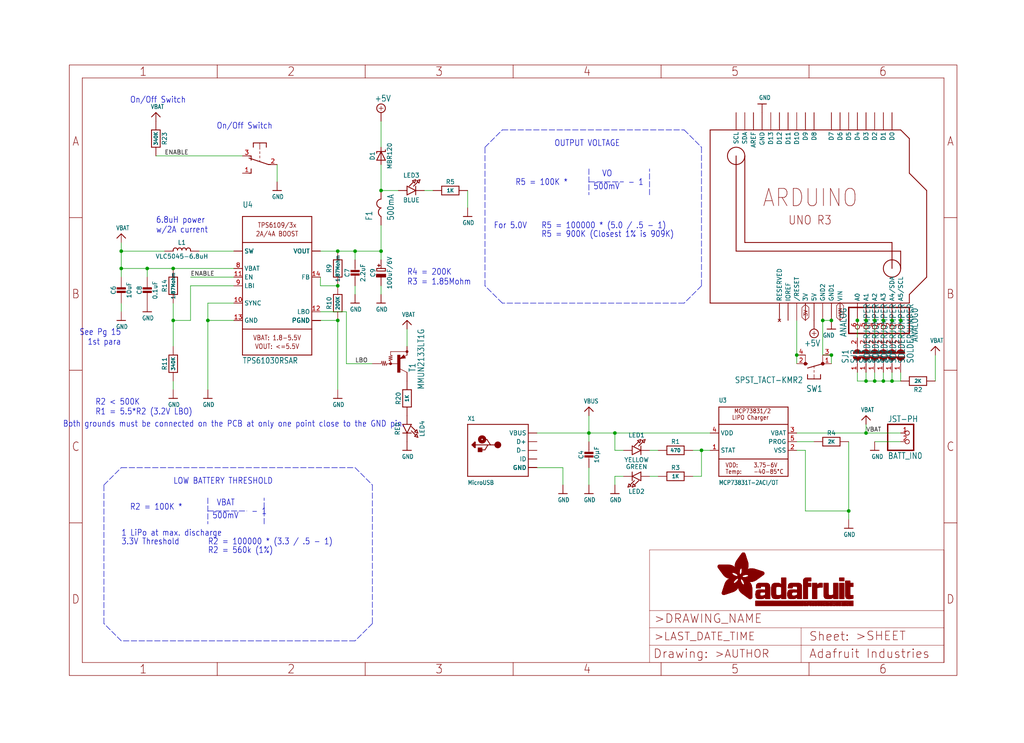
<source format=kicad_sch>
(kicad_sch (version 20211123) (generator eeschema)
  (paper "User" 300.33 217.881)
  (lib_symbols
    (symbol "eagleSchem-eagle-import:+5V" (power)
      (property "Value" "+5V" (at -1.905 3.175 0))
      (symbol "+5V_1_0"
        (pin power_in line (at 0 -2.54 90) (length 2.54) (name "+5V") (number "1"))
      )
    )
    (symbol "eagleSchem-eagle-import:-PNP_DRIVER-SC59-BEC"
      (property "Reference" "T" (at -10.16 7.62 0))
      (property "Value" "-PNP_DRIVER-SC59-BEC" (at -10.16 5.08 0))
      (symbol "-PNP_DRIVER-SC59-BEC_1_0"
        (pin passive line (at -7.62 0 0) (length 2.54) (name "B") (number "B"))
        (pin passive line (at 2.54 -5.08 90) (length 2.54) (name "C") (number "C"))
        (pin passive line (at 2.54 5.08 270) (length 2.54) (name "E") (number "E"))
      )
    )
    (symbol "eagleSchem-eagle-import:ARDUINOR3-NOSILK"
      (symbol "ARDUINOR3-NOSILK_1_0"
        (text "ARDUINO" (at -17.78 2.54 0) (effects (font (size 5.08 4.318)) (justify left bottom)))
        (text "UNO R3" (at -10.16 -2.54 0) (effects (font (size 2.54 2.159)) (justify left bottom)))
        (pin power_in line (at -5.08 -30.48 90) (length 5.08) (name "3V") (number "3V"))
        (pin power_in line (at -2.54 -30.48 90) (length 5.08) (name "5V") (number "5V"))
        (pin bidirectional line (at 10.16 -30.48 90) (length 5.08) (name "A0") (number "A0"))
        (pin bidirectional line (at 12.7 -30.48 90) (length 5.08) (name "A1") (number "A1"))
        (pin bidirectional line (at 15.24 -30.48 90) (length 5.08) (name "A2") (number "A2"))
        (pin bidirectional line (at 17.78 -30.48 90) (length 5.08) (name "A3") (number "A3"))
        (pin bidirectional line (at 20.32 -30.48 90) (length 5.08) (name "A4/SDA") (number "A4"))
        (pin bidirectional line (at 22.86 -30.48 90) (length 5.08) (name "A5/SCL") (number "A5"))
        (pin bidirectional line (at -20.32 30.48 270) (length 5.08) (name "AREF") (number "AREF"))
        (pin bidirectional line (at 20.32 30.48 270) (length 5.08) (name "D0") (number "D0"))
        (pin bidirectional line (at 17.78 30.48 270) (length 5.08) (name "D1") (number "D1"))
        (pin bidirectional line (at -7.62 30.48 270) (length 5.08) (name "D10") (number "D10"))
        (pin bidirectional line (at -10.16 30.48 270) (length 5.08) (name "D11") (number "D11"))
        (pin bidirectional line (at -12.7 30.48 270) (length 5.08) (name "D12") (number "D12"))
        (pin bidirectional line (at -15.24 30.48 270) (length 5.08) (name "D13") (number "D13"))
        (pin bidirectional line (at 15.24 30.48 270) (length 5.08) (name "D2") (number "D2"))
        (pin bidirectional line (at 12.7 30.48 270) (length 5.08) (name "D3") (number "D3"))
        (pin bidirectional line (at 10.16 30.48 270) (length 5.08) (name "D4") (number "D4"))
        (pin bidirectional line (at 7.62 30.48 270) (length 5.08) (name "D5") (number "D5"))
        (pin bidirectional line (at 5.08 30.48 270) (length 5.08) (name "D6") (number "D6"))
        (pin bidirectional line (at 2.54 30.48 270) (length 5.08) (name "D7") (number "D7"))
        (pin bidirectional line (at -2.54 30.48 270) (length 5.08) (name "D8") (number "D8"))
        (pin bidirectional line (at -5.08 30.48 270) (length 5.08) (name "D9") (number "D9"))
        (pin power_in line (at -17.78 30.48 270) (length 5.08) (name "GND") (number "GND"))
        (pin power_in line (at 2.54 -30.48 90) (length 5.08) (name "GND1") (number "GND1"))
        (pin power_in line (at 0 -30.48 90) (length 5.08) (name "GND2") (number "GND2"))
        (pin output line (at -10.16 -30.48 90) (length 5.08) (name "IOREF") (number "IOREF"))
        (pin no_connect line (at -12.7 -30.48 90) (length 5.08) (name "RESERVED") (number "RESERVED"))
        (pin bidirectional line (at -7.62 -30.48 90) (length 5.08) (name "/RESET") (number "RESET"))
        (pin bidirectional line (at -25.4 30.48 270) (length 5.08) (name "SCL") (number "SCL"))
        (pin bidirectional line (at -22.86 30.48 270) (length 5.08) (name "SDA") (number "SDA"))
        (pin power_in line (at 5.08 -30.48 90) (length 5.08) (name "VIN") (number "VIN"))
      )
    )
    (symbol "eagleSchem-eagle-import:CAP_CERAMIC0805-NOOUTLINE"
      (property "Reference" "C" (at -2.29 1.25 90))
      (property "Value" "CAP_CERAMIC0805-NOOUTLINE" (at 2.3 1.25 90))
      (symbol "CAP_CERAMIC0805-NOOUTLINE_1_0"
        (pin passive line (at 0 5.08 270) (length 2.54) (name "1") (number "1"))
        (pin passive line (at 0 -2.54 90) (length 2.54) (name "2") (number "2"))
      )
    )
    (symbol "eagleSchem-eagle-import:CAP_TANTALUMB{slash}3528_REFLOW"
      (property "Reference" "C" (at -2.39 1.25 90))
      (property "Value" "CAP_TANTALUMB{slash}3528_REFLOW" (at 2.5 1.25 90))
      (symbol "CAP_TANTALUMB{slash}3528_REFLOW_1_0"
        (pin passive line (at 0 5.08 270) (length 2.54) (name "+") (number "+"))
        (pin passive line (at 0 -2.54 90) (length 2.54) (name "-") (number "-"))
      )
    )
    (symbol "eagleSchem-eagle-import:DIODE-SCHOTTKYSOD-123"
      (property "Reference" "D" (at 0 2.54 0))
      (property "Value" "DIODE-SCHOTTKYSOD-123" (at 0 -2.5 0))
      (symbol "DIODE-SCHOTTKYSOD-123_1_0"
        (pin passive line (at -2.54 0 0) (length 2.54) (name "A") (number "A"))
        (pin passive line (at 2.54 0 180) (length 2.54) (name "C") (number "C"))
      )
    )
    (symbol "eagleSchem-eagle-import:FIDUCIAL")
    (symbol "eagleSchem-eagle-import:FRAME_A4_ADAFRUIT"
      (symbol "FRAME_A4_ADAFRUIT_0_0"
        (text "1" (at 21.6958 1.905 0) (effects (font (size 2.54 2.286))))
        (text "1" (at 21.6958 177.165 0) (effects (font (size 2.54 2.286))))
        (text "2" (at 65.0875 1.905 0) (effects (font (size 2.54 2.286))))
        (text "2" (at 65.0875 177.165 0) (effects (font (size 2.54 2.286))))
        (text "3" (at 108.4792 1.905 0) (effects (font (size 2.54 2.286))))
        (text "3" (at 108.4792 177.165 0) (effects (font (size 2.54 2.286))))
        (text "4" (at 151.8708 1.905 0) (effects (font (size 2.54 2.286))))
        (text "4" (at 151.8708 177.165 0) (effects (font (size 2.54 2.286))))
        (text "5" (at 195.2625 1.905 0) (effects (font (size 2.54 2.286))))
        (text "5" (at 195.2625 177.165 0) (effects (font (size 2.54 2.286))))
        (text "6" (at 238.6542 1.905 0) (effects (font (size 2.54 2.286))))
        (text "6" (at 238.6542 177.165 0) (effects (font (size 2.54 2.286))))
        (text "A" (at 1.905 156.6863 0) (effects (font (size 2.54 2.286))))
        (text "A" (at 258.445 156.6863 0) (effects (font (size 2.54 2.286))))
        (text "B" (at 1.905 111.9188 0) (effects (font (size 2.54 2.286))))
        (text "B" (at 258.445 111.9188 0) (effects (font (size 2.54 2.286))))
        (text "C" (at 1.905 67.1513 0) (effects (font (size 2.54 2.286))))
        (text "C" (at 258.445 67.1513 0) (effects (font (size 2.54 2.286))))
        (text "D" (at 1.905 22.3838 0) (effects (font (size 2.54 2.286))))
        (text "D" (at 258.445 22.3838 0) (effects (font (size 2.54 2.286))))
      )
      (symbol "FRAME_A4_ADAFRUIT_1_0"
        (text ">AUTHOR" (at 189.23 5.08 0) (effects (font (size 2.286 2.286)) (justify left bottom)))
        (text ">DRAWING_NAME" (at 171.45 15.24 0) (effects (font (size 2.54 2.54)) (justify left bottom)))
        (text ">LAST_DATE_TIME" (at 171.45 10.16 0) (effects (font (size 2.286 2.286)) (justify left bottom)))
        (text ">SHEET" (at 230.505 10.16 0) (effects (font (size 2.54 2.54)) (justify left bottom)))
        (text "Adafruit Industries" (at 216.916 4.953 0) (effects (font (size 2.54 2.54)) (justify left bottom)))
        (text "Drawing:" (at 171.196 4.953 0) (effects (font (size 2.54 2.54)) (justify left bottom)))
        (text "Sheet:" (at 216.916 10.033 0) (effects (font (size 2.54 2.54)) (justify left bottom)))
      )
    )
    (symbol "eagleSchem-eagle-import:GND" (power)
      (property "Value" "GND" (at -1.524 -2.54 0))
      (symbol "GND_1_0"
        (pin power_in line (at 0 2.54 270) (length 2.54) (name "GND") (number "1"))
      )
    )
    (symbol "eagleSchem-eagle-import:INDUCTORTDK_VLC5045"
      (property "Reference" "L" (at 0 2.54 0))
      (property "Value" "INDUCTORTDK_VLC5045" (at 0 -1.54 0))
      (symbol "INDUCTORTDK_VLC5045_1_0"
        (pin passive line (at -5.08 0 0) (length 2.54) (name "1") (number "P$1"))
        (pin passive line (at 5.08 0 180) (length 2.54) (name "2") (number "P$2"))
      )
    )
    (symbol "eagleSchem-eagle-import:JST_2PIN-SMT"
      (property "Reference" "CN" (at -6.35 5.715 0))
      (property "Value" "JST_2PIN-SMT" (at -6.35 -5.08 0))
      (symbol "JST_2PIN-SMT_1_0"
        (pin passive inverted (at -2.54 0 0) (length 2.54) (name "2") (number "1"))
        (pin passive inverted (at -2.54 2.54 0) (length 2.54) (name "1") (number "2"))
      )
    )
    (symbol "eagleSchem-eagle-import:LED0805_NOOUTLINE"
      (property "Reference" "D" (at -1.27 4.445 0))
      (property "Value" "LED0805_NOOUTLINE" (at -1.27 -2.794 0))
      (symbol "LED0805_NOOUTLINE_1_0"
        (pin passive line (at -5.08 0 0) (length 2.54) (name "A") (number "A"))
        (pin passive line (at 2.54 0 180) (length 2.54) (name "C") (number "C"))
      )
    )
    (symbol "eagleSchem-eagle-import:MCP73831{slash}2"
      (property "Reference" "U" (at -10.16 11.43 0))
      (property "Value" "MCP73831{slash}2" (at -10.16 -12.7 0))
      (symbol "MCP73831{slash}2_1_0"
        (text "-40-85°C" (at 0 -9.525 0) (effects (font (size 1.27 1.0795)) (justify left bottom)))
        (text "3.75-6V" (at 0 -7.62 0) (effects (font (size 1.27 1.0795)) (justify left bottom)))
        (text "LIPO Charger" (at -6.35 6.35 0) (effects (font (size 1.27 1.0795)) (justify left bottom)))
        (text "MCP73831/2" (at -5.715 8.255 0) (effects (font (size 1.27 1.0795)) (justify left bottom)))
        (text "Temp:" (at -8.255 -9.525 0) (effects (font (size 1.27 1.0795)) (justify left bottom)))
        (text "VDD:" (at -8.255 -7.62 0) (effects (font (size 1.27 1.0795)) (justify left bottom)))
        (pin output line (at -12.7 -2.54 0) (length 2.54) (name "STAT") (number "1"))
        (pin power_in line (at 12.7 -2.54 180) (length 2.54) (name "VSS") (number "2"))
        (pin power_in line (at 12.7 2.54 180) (length 2.54) (name "VBAT") (number "3"))
        (pin power_in line (at -12.7 2.54 0) (length 2.54) (name "VDD") (number "4"))
        (pin input line (at 12.7 0 180) (length 2.54) (name "PROG") (number "5"))
      )
    )
    (symbol "eagleSchem-eagle-import:OS102011MA1Q"
      (symbol "OS102011MA1Q_1_0"
        (pin passive line (at 2.54 5.08 270) (length 2.54) (name "S") (number "1"))
        (pin passive line (at 0 -5.08 90) (length 2.54) (name "P") (number "2"))
        (pin passive line (at -2.54 5.08 270) (length 2.54) (name "O") (number "3"))
      )
      (symbol "OS102011MA1Q_2_0"
        (pin passive line (at 0 0 0) (length 5.08) (name "MT") (number "MT1"))
      )
      (symbol "OS102011MA1Q_3_0"
        (pin passive line (at 0 0 0) (length 5.08) (name "MT") (number "MT2"))
      )
    )
    (symbol "eagleSchem-eagle-import:PINHD-1X6"
      (property "Reference" "JP" (at -6.35 10.795 0))
      (property "Value" "PINHD-1X6" (at -6.35 -10.16 0))
      (symbol "PINHD-1X6_1_0"
        (pin passive inverted (at -2.54 7.62 0) (length 2.54) (name "1") (number "1"))
        (pin passive inverted (at -2.54 5.08 0) (length 2.54) (name "2") (number "2"))
        (pin passive inverted (at -2.54 2.54 0) (length 2.54) (name "3") (number "3"))
        (pin passive inverted (at -2.54 0 0) (length 2.54) (name "4") (number "4"))
        (pin passive inverted (at -2.54 -2.54 0) (length 2.54) (name "5") (number "5"))
        (pin passive inverted (at -2.54 -5.08 0) (length 2.54) (name "6") (number "6"))
      )
    )
    (symbol "eagleSchem-eagle-import:PTCFUSE-1206"
      (property "Reference" "F" (at -3.81 5.08 0))
      (property "Value" "PTCFUSE-1206" (at -3.81 -1.27 0))
      (symbol "PTCFUSE-1206_1_0"
        (pin passive line (at -5.08 2.54 0) (length 2.54) (name "1") (number "1"))
        (pin passive line (at 5.08 2.54 180) (length 2.54) (name "2") (number "2"))
      )
    )
    (symbol "eagleSchem-eagle-import:RESISTOR0805_NOOUTLINE"
      (property "Reference" "R" (at 0 2.54 0))
      (property "Value" "RESISTOR0805_NOOUTLINE" (at 0 0 0))
      (symbol "RESISTOR0805_NOOUTLINE_1_0"
        (pin passive line (at -5.08 0 0) (length 2.54) (name "1") (number "1"))
        (pin passive line (at 5.08 0 180) (length 2.54) (name "2") (number "2"))
      )
    )
    (symbol "eagleSchem-eagle-import:SOLDERJUMPER"
      (property "Reference" "SJ" (at -2.54 2.54 0))
      (property "Value" "SOLDERJUMPER" (at -2.54 -3.81 0))
      (symbol "SOLDERJUMPER_1_0"
        (pin passive line (at -5.08 0 0) (length 2.54) (name "1") (number "1"))
        (pin passive line (at 5.08 0 180) (length 2.54) (name "2") (number "2"))
      )
    )
    (symbol "eagleSchem-eagle-import:SPST_TACT-KMR2"
      (property "Reference" "SW" (at -6.35 -2.54 90))
      (property "Value" "SPST_TACT-KMR2" (at -3.81 3.175 90))
      (symbol "SPST_TACT-KMR2_1_0"
        (pin passive line (at 0 -5.08 90) (length 2.54) (name "P") (number "1"))
        (pin passive line (at 0 5.08 270) (length 2.54) (name "S") (number "2"))
        (pin passive line (at 2.54 -5.08 90) (length 2.54) (name "P1") (number "3"))
        (pin passive line (at 2.54 5.08 270) (length 2.54) (name "S1") (number "4"))
      )
    )
    (symbol "eagleSchem-eagle-import:USBMICRO_20329"
      (property "Reference" "X" (at -10.16 8.636 0))
      (property "Value" "USBMICRO_20329" (at -10.16 -10.16 0))
      (symbol "USBMICRO_20329_1_0"
        (pin power_in line (at 10.16 -5.08 180) (length 2.54) (name "GND") (number "BASE@1"))
        (pin power_in line (at 10.16 -5.08 180) (length 2.54) (name "GND") (number "BASE@2"))
        (pin bidirectional line (at 10.16 2.54 180) (length 2.54) (name "D+") (number "D+"))
        (pin bidirectional line (at 10.16 0 180) (length 2.54) (name "D-") (number "D-"))
        (pin power_in line (at 10.16 -5.08 180) (length 2.54) (name "GND") (number "GND"))
        (pin bidirectional line (at 10.16 -2.54 180) (length 2.54) (name "ID") (number "ID"))
        (pin power_in line (at 10.16 -5.08 180) (length 2.54) (name "GND") (number "SPRT@1"))
        (pin power_in line (at 10.16 -5.08 180) (length 2.54) (name "GND") (number "SPRT@2"))
        (pin power_in line (at 10.16 -5.08 180) (length 2.54) (name "GND") (number "SPRT@3"))
        (pin power_in line (at 10.16 -5.08 180) (length 2.54) (name "GND") (number "SPRT@4"))
        (pin power_in line (at 10.16 5.08 180) (length 2.54) (name "VBUS") (number "VBUS"))
      )
    )
    (symbol "eagleSchem-eagle-import:VBAT" (power)
      (property "Value" "VBAT" (at -1.524 1.016 0))
      (symbol "VBAT_1_0"
        (pin power_in line (at 0 -2.54 90) (length 2.54) (name "VBAT") (number "1"))
      )
    )
    (symbol "eagleSchem-eagle-import:VBUS" (power)
      (property "Value" "VBUS" (at -1.524 1.016 0))
      (symbol "VBUS_1_0"
        (pin power_in line (at 0 -2.54 90) (length 2.54) (name "VBUS") (number "1"))
      )
    )
    (symbol "eagleSchem-eagle-import:VREG_TPS6103X"
      (property "Reference" "U" (at -10.16 22.86 0))
      (property "Value" "VREG_TPS6103X" (at -10.16 -22.86 0))
      (symbol "VREG_TPS6103X_1_0"
        (text "2A/4A BOOST" (at 0 15.24 0) (effects (font (size 1.4224 1.209))))
        (text "TPS6109/3x" (at 0 17.78 0) (effects (font (size 1.4224 1.209))))
        (text "VBAT: 1.8-5.5V" (at 0 -15.24 0) (effects (font (size 1.4224 1.209))))
        (text "VOUT: <=5.5V" (at 0 -17.78 0) (effects (font (size 1.4224 1.209))))
        (pin power_in line (at 12.7 10.16 180) (length 2.54) (name "VOUT") (number "1"))
        (pin input line (at -12.7 -5.08 0) (length 2.54) (name "SYNC") (number "10"))
        (pin input line (at -12.7 2.54 0) (length 2.54) (name "EN") (number "11"))
        (pin output line (at 12.7 -7.62 180) (length 2.54) (name "LBO") (number "12"))
        (pin power_in line (at -12.7 -10.16 0) (length 2.54) (name "GND") (number "13"))
        (pin input line (at 12.7 2.54 180) (length 2.54) (name "FB") (number "14"))
        (pin power_in line (at 12.7 10.16 180) (length 2.54) (name "VOUT") (number "15"))
        (pin power_in line (at 12.7 10.16 180) (length 2.54) (name "VOUT") (number "16"))
        (pin input line (at -12.7 10.16 0) (length 2.54) (name "SW") (number "3"))
        (pin input line (at -12.7 10.16 0) (length 2.54) (name "SW") (number "4"))
        (pin power_in line (at 12.7 -10.16 180) (length 2.54) (name "PGND") (number "5"))
        (pin power_in line (at 12.7 -10.16 180) (length 2.54) (name "PGND") (number "6"))
        (pin power_in line (at 12.7 -10.16 180) (length 2.54) (name "PGND") (number "7"))
        (pin input line (at -12.7 5.08 0) (length 2.54) (name "VBAT") (number "8"))
        (pin input line (at -12.7 0 0) (length 2.54) (name "LBI") (number "9"))
        (pin power_in line (at 12.7 -10.16 180) (length 2.54) (name "PGND") (number "P$18"))
        (pin power_in line (at 12.7 -10.16 180) (length 2.54) (name "PGND") (number "P$19"))
        (pin power_in line (at 12.7 -10.16 180) (length 2.54) (name "PGND") (number "P$20"))
        (pin power_in line (at 12.7 -10.16 180) (length 2.54) (name "PGND") (number "P$21"))
        (pin power_in line (at 12.7 -10.16 180) (length 2.54) (name "PGND") (number "P$22"))
        (pin power_in line (at 12.7 -10.16 180) (length 2.54) (name "PGND") (number "THERMAL"))
      )
    )
  )
  (junction (at 111.76 73.66))
  (junction (at 251.46 93.98))
  (junction (at 256.54 111.76))
  (junction (at 60.96 93.98))
  (junction (at 248.92 149.86))
  (junction (at 35.56 73.66))
  (junction (at 243.84 104.14))
  (junction (at 254 127))
  (junction (at 111.76 55.88))
  (junction (at 259.08 93.98))
  (junction (at 43.18 78.74))
  (junction (at 205.74 132.08))
  (junction (at 35.56 78.74))
  (junction (at 180.34 127))
  (junction (at 256.54 93.98))
  (junction (at 241.3 93.98))
  (junction (at 99.06 83.82))
  (junction (at 172.72 127))
  (junction (at 254 93.98))
  (junction (at 264.16 93.98))
  (junction (at 261.62 111.76))
  (junction (at 104.14 73.66))
  (junction (at 259.08 111.76))
  (junction (at 99.06 73.66))
  (junction (at 50.8 78.74))
  (junction (at 233.68 104.14))
  (junction (at 254 111.76))
  (junction (at 99.06 93.98))
  (junction (at 243.84 93.98))
  (junction (at 261.62 93.98))
  (junction (at 50.8 93.98))
  (wire (pts (xy 104.14 73.66) (xy 111.76 73.66)))
  (wire (pts (xy 172.72 129.54) (xy 172.72 127)))
  (wire (pts (xy 256.54 111.76) (xy 256.54 109.22)))
  (wire (pts (xy 180.34 139.7) (xy 180.34 142.24)))
  (wire (pts (xy 259.08 99.06) (xy 259.08 93.98)))
  (wire (pts (xy 254 93.98) (xy 254 99.06)))
  (polyline (pts (xy 35.56 137.16) (xy 104.14 137.16)))
  (wire (pts (xy 256.54 129.54) (xy 264.16 129.54)))
  (polyline (pts (xy 60.96 146.05) (xy 60.96 153.67)))
  (wire (pts (xy 35.56 88.9) (xy 35.56 91.44)))
  (wire (pts (xy 50.8 93.98) (xy 50.8 101.6)))
  (wire (pts (xy 254 124.46) (xy 254 127)))
  (wire (pts (xy 111.76 83.82) (xy 111.76 86.36)))
  (wire (pts (xy 93.98 93.98) (xy 99.06 93.98)))
  (wire (pts (xy 259.08 111.76) (xy 261.62 111.76)))
  (wire (pts (xy 93.98 83.82) (xy 99.06 83.82)))
  (wire (pts (xy 259.08 111.76) (xy 259.08 109.22)))
  (polyline (pts (xy 205.74 83.82) (xy 200.66 88.9)))
  (wire (pts (xy 254 127) (xy 233.68 127)))
  (wire (pts (xy 104.14 76.2) (xy 104.14 73.66)))
  (wire (pts (xy 243.84 106.68) (xy 243.84 104.14)))
  (wire (pts (xy 165.1 137.16) (xy 165.1 142.24)))
  (wire (pts (xy 111.76 55.88) (xy 116.84 55.88)))
  (wire (pts (xy 71.12 45.72) (xy 45.72 45.72)))
  (wire (pts (xy 254 111.76) (xy 256.54 111.76)))
  (wire (pts (xy 99.06 93.98) (xy 99.06 114.3)))
  (wire (pts (xy 104.14 83.82) (xy 104.14 86.36)))
  (wire (pts (xy 93.98 91.44) (xy 101.6 91.44)))
  (wire (pts (xy 205.74 139.7) (xy 205.74 132.08)))
  (wire (pts (xy 264.16 99.06) (xy 264.16 93.98)))
  (wire (pts (xy 248.92 129.54) (xy 248.92 149.86)))
  (wire (pts (xy 81.28 48.26) (xy 81.28 53.34)))
  (polyline (pts (xy 60.96 149.86) (xy 72.39 149.86)))
  (wire (pts (xy 233.68 132.08) (xy 236.22 132.08)))
  (wire (pts (xy 182.88 132.08) (xy 180.34 132.08)))
  (wire (pts (xy 233.68 106.68) (xy 233.68 104.14)))
  (wire (pts (xy 233.68 104.14) (xy 233.68 93.98)))
  (polyline (pts (xy 30.48 142.24) (xy 35.56 137.16)))
  (wire (pts (xy 182.88 139.7) (xy 180.34 139.7)))
  (wire (pts (xy 101.6 106.68) (xy 109.22 106.68)))
  (wire (pts (xy 101.6 91.44) (xy 101.6 106.68)))
  (wire (pts (xy 241.3 104.14) (xy 241.3 93.98)))
  (wire (pts (xy 157.48 127) (xy 172.72 127)))
  (wire (pts (xy 243.84 104.14) (xy 241.3 104.14)))
  (polyline (pts (xy 142.24 83.82) (xy 142.24 43.18)))
  (polyline (pts (xy 147.32 38.1) (xy 200.66 38.1)))
  (wire (pts (xy 193.04 139.7) (xy 190.5 139.7)))
  (wire (pts (xy 50.8 114.3) (xy 50.8 111.76)))
  (wire (pts (xy 68.58 73.66) (xy 58.42 73.66)))
  (polyline (pts (xy 172.72 49.53) (xy 172.72 57.15)))
  (polyline (pts (xy 35.56 187.96) (xy 30.48 182.88)))
  (polyline (pts (xy 109.22 142.24) (xy 109.22 182.88)))
  (wire (pts (xy 180.34 127) (xy 208.28 127)))
  (wire (pts (xy 68.58 83.82) (xy 55.88 83.82)))
  (wire (pts (xy 55.88 93.98) (xy 55.88 83.82)))
  (wire (pts (xy 93.98 73.66) (xy 99.06 73.66)))
  (wire (pts (xy 203.2 132.08) (xy 205.74 132.08)))
  (wire (pts (xy 251.46 99.06) (xy 251.46 93.98)))
  (wire (pts (xy 256.54 93.98) (xy 256.54 99.06)))
  (wire (pts (xy 172.72 137.16) (xy 172.72 142.24)))
  (polyline (pts (xy 142.24 43.18) (xy 147.32 38.1)))
  (wire (pts (xy 99.06 73.66) (xy 104.14 73.66)))
  (wire (pts (xy 233.68 129.54) (xy 238.76 129.54)))
  (polyline (pts (xy 147.32 88.9) (xy 142.24 83.82)))
  (wire (pts (xy 43.18 81.28) (xy 43.18 78.74)))
  (wire (pts (xy 111.76 73.66) (xy 111.76 76.2)))
  (wire (pts (xy 137.16 55.88) (xy 137.16 60.96)))
  (wire (pts (xy 254 127) (xy 264.16 127)))
  (wire (pts (xy 203.2 139.7) (xy 205.74 139.7)))
  (wire (pts (xy 55.88 93.98) (xy 50.8 93.98)))
  (wire (pts (xy 251.46 109.22) (xy 251.46 111.76)))
  (wire (pts (xy 172.72 127) (xy 180.34 127)))
  (wire (pts (xy 111.76 66.04) (xy 111.76 73.66)))
  (wire (pts (xy 256.54 111.76) (xy 259.08 111.76)))
  (wire (pts (xy 261.62 99.06) (xy 261.62 93.98)))
  (wire (pts (xy 236.22 132.08) (xy 236.22 149.86)))
  (wire (pts (xy 251.46 111.76) (xy 254 111.76)))
  (polyline (pts (xy 104.14 187.96) (xy 35.56 187.96)))
  (wire (pts (xy 274.32 104.14) (xy 274.32 111.76)))
  (wire (pts (xy 111.76 43.18) (xy 111.76 35.56)))
  (wire (pts (xy 254 109.22) (xy 254 111.76)))
  (wire (pts (xy 190.5 132.08) (xy 193.04 132.08)))
  (polyline (pts (xy 200.66 38.1) (xy 205.74 43.18)))
  (polyline (pts (xy 172.72 53.34) (xy 182.88 53.34)))
  (wire (pts (xy 68.58 88.9) (xy 60.96 88.9)))
  (wire (pts (xy 50.8 93.98) (xy 50.8 88.9)))
  (wire (pts (xy 119.38 101.6) (xy 119.38 96.52)))
  (polyline (pts (xy 205.74 43.18) (xy 205.74 83.82)))
  (wire (pts (xy 93.98 81.28) (xy 93.98 83.82)))
  (wire (pts (xy 60.96 88.9) (xy 60.96 93.98)))
  (wire (pts (xy 124.46 55.88) (xy 127 55.88)))
  (wire (pts (xy 68.58 93.98) (xy 60.96 93.98)))
  (wire (pts (xy 243.84 93.98) (xy 241.3 93.98)))
  (wire (pts (xy 180.34 132.08) (xy 180.34 127)))
  (wire (pts (xy 35.56 78.74) (xy 35.56 81.28)))
  (polyline (pts (xy 200.66 88.9) (xy 147.32 88.9)))
  (wire (pts (xy 68.58 81.28) (xy 55.88 81.28)))
  (wire (pts (xy 35.56 73.66) (xy 35.56 78.74)))
  (polyline (pts (xy 77.47 153.67) (xy 77.47 146.05)))
  (wire (pts (xy 172.72 121.92) (xy 172.72 127)))
  (wire (pts (xy 43.18 78.74) (xy 35.56 78.74)))
  (wire (pts (xy 48.26 73.66) (xy 35.56 73.66)))
  (wire (pts (xy 111.76 55.88) (xy 111.76 48.26)))
  (polyline (pts (xy 190.5 57.15) (xy 190.5 49.53)))
  (polyline (pts (xy 30.48 182.88) (xy 30.48 142.24)))
  (polyline (pts (xy 109.22 182.88) (xy 104.14 187.96)))
  (wire (pts (xy 60.96 93.98) (xy 60.96 114.3)))
  (wire (pts (xy 35.56 73.66) (xy 35.56 71.12)))
  (polyline (pts (xy 104.14 137.16) (xy 109.22 142.24)))
  (wire (pts (xy 68.58 78.74) (xy 50.8 78.74)))
  (wire (pts (xy 264.16 111.76) (xy 264.16 109.22)))
  (wire (pts (xy 157.48 137.16) (xy 165.1 137.16)))
  (wire (pts (xy 236.22 149.86) (xy 248.92 149.86)))
  (wire (pts (xy 248.92 149.86) (xy 248.92 152.4)))
  (wire (pts (xy 205.74 132.08) (xy 208.28 132.08)))
  (wire (pts (xy 261.62 109.22) (xy 261.62 111.76)))
  (wire (pts (xy 261.62 111.76) (xy 264.16 111.76)))
  (wire (pts (xy 50.8 78.74) (xy 43.18 78.74)))
  (text "500mV" (at 62.23 152.4 180) (effects (font (size 1.778 1.5113)) (justify left bottom)))
  (text "R2 = 100000 * (3.3 / .5 - 1)" (at 60.96 160.02 180) (effects (font (size 1.778 1.5113)) (justify left bottom)))
  (text "R5 = 100000 * (5.0 / .5 - 1)" (at 158.75 67.31 180) (effects (font (size 1.778 1.5113)) (justify left bottom)))
  (text "On/Off Switch" (at 63.5 38.1 180) (effects (font (size 1.778 1.5113)) (justify left bottom)))
  (text "3.3V Threshold" (at 35.56 160.02 180) (effects (font (size 1.778 1.5113)) (justify left bottom)))
  (text "R2 < 500K\nR1 = 5.5*R2 (3.2V LBO)" (at 27.94 121.92 180) (effects (font (size 1.778 1.5113)) (justify left bottom)))
  (text "See Pg 15\n1st para" (at 35.56 96.52 180) (effects (font (size 1.778 1.5113)) (justify right top)))
  (text "OUTPUT VOLTAGE" (at 162.56 43.18 180) (effects (font (size 1.778 1.5113)) (justify left bottom)))
  (text "6.8uH power\nw/2A current" (at 45.72 68.58 180) (effects (font (size 1.778 1.5113)) (justify left bottom)))
  (text "VO" (at 176.53 52.07 180) (effects (font (size 1.778 1.5113)) (justify left bottom)))
  (text "R2 = 100K *" (at 38.1 149.86 180) (effects (font (size 1.778 1.5113)) (justify left bottom)))
  (text "- 1" (at 184.15 54.61 180) (effects (font (size 1.778 1.5113)) (justify left bottom)))
  (text "- 1" (at 73.66 151.13 180) (effects (font (size 1.778 1.5113)) (justify left bottom)))
  (text "R4 = 200K\nR3 = 1.85Mohm" (at 119.38 83.82 180) (effects (font (size 1.778 1.5113)) (justify left bottom)))
  (text "R5 = 100K *" (at 151.13 54.61 180) (effects (font (size 1.778 1.5113)) (justify left bottom)))
  (text "500mV" (at 173.99 55.88 180) (effects (font (size 1.778 1.5113)) (justify left bottom)))
  (text "1 LiPo at max. discharge" (at 35.56 157.48 180) (effects (font (size 1.778 1.5113)) (justify left bottom)))
  (text "For 5.0V" (at 144.78 67.31 180) (effects (font (size 1.778 1.5113)) (justify left bottom)))
  (text "VBAT" (at 63.5 148.59 180) (effects (font (size 1.778 1.5113)) (justify left bottom)))
  (text "Both grounds must be connected on the PCB at only one point close to the GND pin." (at 68.58 124.46 0) (effects (font (size 1.778 1.5113))))
  (text "R5 = 900K (Closest 1% is 909K)" (at 158.75 69.85 180) (effects (font (size 1.778 1.5113)) (justify left bottom)))
  (text "LOW BATTERY THRESHOLD" (at 50.8 142.24 180) (effects (font (size 1.778 1.5113)) (justify left bottom)))
  (text "On/Off Switch" (at 38.1 30.48 180) (effects (font (size 1.778 1.5113)) (justify left bottom)))
  (text "R2 = 560k (1%)" (at 60.96 162.56 180) (effects (font (size 1.778 1.5113)) (justify left bottom)))
  (label "LBO" (at 104.14 106.68 0) (effects (font (size 1.2446 1.2446))))
  (label "ENABLE" (at 55.88 81.28 0) (effects (font (size 1.2446 1.2446))))
  (label "VBAT" (at 254 127 0) (effects (font (size 1.2446 1.2446))))
  (label "ENABLE" (at 48.26 45.72 0) (effects (font (size 1.2446 1.2446))))
  (global_label "3V" (shape bidirectional) (at 236.22 93.98 90) (effects (font (size 1.016 1.016))) (property "Intersheet References" "${INTERSHEET_REFS}" (effects hide)))
  (global_label "VIN" (shape bidirectional) (at 246.38 93.98 90) (effects (font (size 1.016 1.016))) (property "Intersheet References" "${INTERSHEET_REFS}" (effects hide)))
  (symbol (lib_id "eagleSchem-eagle-import:FRAME_A4_ADAFRUIT") (at 20.32 198.12 0) (unit 1)
    (property "Reference" "#FRAME1" (effects hide))
    (property "Value" "FRAME_A4_ADAFRUIT" (effects hide))
    (property "Footprint" "eagleSchem:" (effects hide))
  )
  (symbol (lib_id "eagleSchem-eagle-import:SOLDERJUMPER") (at 259.08 104.14 90) (unit 1)
    (property "Reference" "SJ4" (at 256.54 106.68 0) (effects (font (size 1.778 1.5113)) (justify left bottom)))
    (property "Value" "SOLDERJUMPER" (at 262.89 106.68 0) (effects (font (size 1.778 1.5113)) (justify left bottom)))
    (property "Footprint" "eagleSchem:SOLDERJUMPER_ARROW_NOPASTE" (effects hide))
  )
  (symbol (lib_id "eagleSchem-eagle-import:GND") (at 104.14 88.9 0) (unit 1)
    (property "Reference" "#U$30" (effects hide))
    (property "Value" "GND" (at 102.616 91.44 0) (effects (font (size 1.27 1.0795)) (justify left bottom)))
    (property "Footprint" "eagleSchem:" (effects hide))
  )
  (symbol (lib_id "eagleSchem-eagle-import:RESISTOR0805_NOOUTLINE") (at 99.06 78.74 90) (unit 1)
    (property "Reference" "R9" (at 96.52 78.74 0))
    (property "Value" "1.87Mohm" (at 99.06 78.74 0) (effects (font (size 1.016 1.016) bold)))
    (property "Footprint" "eagleSchem:0805-NO" (effects hide))
  )
  (symbol (lib_id "eagleSchem-eagle-import:GND") (at 243.84 96.52 0) (unit 1)
    (property "Reference" "#GND1" (effects hide))
    (property "Value" "GND" (at 241.3 99.06 0) (effects (font (size 1.27 1.0795)) (justify left bottom)))
    (property "Footprint" "eagleSchem:" (effects hide))
  )
  (symbol (lib_id "eagleSchem-eagle-import:RESISTOR0805_NOOUTLINE") (at 99.06 88.9 90) (unit 1)
    (property "Reference" "R10" (at 96.52 88.9 0))
    (property "Value" "200K" (at 99.06 88.9 0) (effects (font (size 1.016 1.016) bold)))
    (property "Footprint" "eagleSchem:0805-NO" (effects hide))
  )
  (symbol (lib_id "eagleSchem-eagle-import:VBUS") (at 172.72 119.38 0) (unit 1)
    (property "Reference" "#U$2" (effects hide))
    (property "Value" "VBUS" (at 171.196 118.364 0) (effects (font (size 1.27 1.0795)) (justify left bottom)))
    (property "Footprint" "eagleSchem:" (effects hide))
  )
  (symbol (lib_id "eagleSchem-eagle-import:ARDUINOR3-NOSILK") (at 241.3 63.5 0) (unit 1)
    (property "Reference" "U2" (effects hide))
    (property "Value" "ARDUINOR3-NOSILK" (effects hide))
    (property "Footprint" "eagleSchem:ARDUINOR3-NOSILK" (effects hide))
  )
  (symbol (lib_id "eagleSchem-eagle-import:SOLDERJUMPER") (at 254 104.14 90) (unit 1)
    (property "Reference" "SJ2" (at 251.46 106.68 0) (effects (font (size 1.778 1.5113)) (justify left bottom)))
    (property "Value" "SOLDERJUMPER" (at 257.81 106.68 0) (effects (font (size 1.778 1.5113)) (justify left bottom)))
    (property "Footprint" "eagleSchem:SOLDERJUMPER_ARROW_NOPASTE" (effects hide))
  )
  (symbol (lib_id "eagleSchem-eagle-import:GND") (at 43.18 91.44 0) (unit 1)
    (property "Reference" "#U$28" (effects hide))
    (property "Value" "GND" (at 41.656 93.98 0) (effects (font (size 1.27 1.0795)) (justify left bottom)))
    (property "Footprint" "eagleSchem:" (effects hide))
  )
  (symbol (lib_id "eagleSchem-eagle-import:RESISTOR0805_NOOUTLINE") (at 132.08 55.88 0) (unit 1)
    (property "Reference" "R5" (at 132.08 53.34 0))
    (property "Value" "1K" (at 132.08 55.88 0) (effects (font (size 1.016 1.016) bold)))
    (property "Footprint" "eagleSchem:0805-NO" (effects hide))
  )
  (symbol (lib_id "eagleSchem-eagle-import:SPST_TACT-KMR2") (at 238.76 106.68 90) (unit 1)
    (property "Reference" "SW1" (at 241.3 113.03 90) (effects (font (size 1.778 1.5113)) (justify left bottom)))
    (property "Value" "SPST_TACT-KMR2" (at 235.585 110.49 90) (effects (font (size 1.778 1.5113)) (justify left bottom)))
    (property "Footprint" "eagleSchem:KMR2" (effects hide))
  )
  (symbol (lib_id "eagleSchem-eagle-import:SOLDERJUMPER") (at 264.16 104.14 90) (unit 1)
    (property "Reference" "SJ6" (at 261.62 106.68 0) (effects (font (size 1.778 1.5113)) (justify left bottom)))
    (property "Value" "SOLDERJUMPER" (at 267.97 106.68 0) (effects (font (size 1.778 1.5113)) (justify left bottom)))
    (property "Footprint" "eagleSchem:SOLDERJUMPER_ARROW_NOPASTE" (effects hide))
  )
  (symbol (lib_id "eagleSchem-eagle-import:JST_2PIN-SMT") (at 266.7 127 0) (mirror x) (unit 1)
    (property "Reference" "BATT_IN0" (at 260.35 132.715 0) (effects (font (size 1.778 1.5113)) (justify left bottom)))
    (property "Value" "JST-PH" (at 260.35 121.92 0) (effects (font (size 1.778 1.5113)) (justify left bottom)))
    (property "Footprint" "eagleSchem:JST-PH-2-SMT" (effects hide))
  )
  (symbol (lib_id "eagleSchem-eagle-import:PTCFUSE-1206") (at 114.3 60.96 90) (unit 1)
    (property "Reference" "F1" (at 109.22 64.77 0) (effects (font (size 1.778 1.5113)) (justify left bottom)))
    (property "Value" "500mA" (at 115.57 64.77 0) (effects (font (size 1.778 1.5113)) (justify left bottom)))
    (property "Footprint" "eagleSchem:R1206" (effects hide))
  )
  (symbol (lib_id "eagleSchem-eagle-import:PINHD-1X6") (at 256.54 96.52 270) (unit 1)
    (property "Reference" "ANALOG0" (at 267.335 90.17 0) (effects (font (size 1.778 1.5113)) (justify left bottom)))
    (property "Value" "ANALOG" (at 246.38 90.17 0) (effects (font (size 1.778 1.5113)) (justify left bottom)))
    (property "Footprint" "eagleSchem:1X06" (effects hide))
  )
  (symbol (lib_id "eagleSchem-eagle-import:RESISTOR0805_NOOUTLINE") (at 198.12 132.08 0) (unit 1)
    (property "Reference" "R1" (at 198.12 129.54 0))
    (property "Value" "470" (at 198.12 132.08 0) (effects (font (size 1.016 1.016) bold)))
    (property "Footprint" "eagleSchem:0805-NO" (effects hide))
  )
  (symbol (lib_id "eagleSchem-eagle-import:RESISTOR0805_NOOUTLINE") (at 243.84 129.54 0) (unit 1)
    (property "Reference" "R4" (at 243.84 127 0))
    (property "Value" "2K" (at 243.84 129.54 0) (effects (font (size 1.016 1.016) bold)))
    (property "Footprint" "eagleSchem:0805-NO" (effects hide))
  )
  (symbol (lib_id "eagleSchem-eagle-import:GND") (at 50.8 116.84 0) (unit 1)
    (property "Reference" "#U$20" (effects hide))
    (property "Value" "GND" (at 49.276 119.38 0) (effects (font (size 1.27 1.0795)) (justify left bottom)))
    (property "Footprint" "eagleSchem:" (effects hide))
  )
  (symbol (lib_id "eagleSchem-eagle-import:CAP_CERAMIC0805-NOOUTLINE") (at 35.56 86.36 0) (unit 1)
    (property "Reference" "C6" (at 33.27 85.11 90))
    (property "Value" "10uF" (at 37.86 85.11 90))
    (property "Footprint" "eagleSchem:0805-NO" (effects hide))
  )
  (symbol (lib_id "eagleSchem-eagle-import:+5V") (at 238.76 96.52 180) (unit 1)
    (property "Reference" "#SUPPLY5" (effects hide))
    (property "Value" "+5V" (at 240.665 99.695 0) (effects (font (size 1.778 1.5113)) (justify left bottom)))
    (property "Footprint" "eagleSchem:" (effects hide))
  )
  (symbol (lib_id "eagleSchem-eagle-import:GND") (at 35.56 93.98 0) (unit 1)
    (property "Reference" "#U$22" (effects hide))
    (property "Value" "GND" (at 34.036 96.52 0) (effects (font (size 1.27 1.0795)) (justify left bottom)))
    (property "Footprint" "eagleSchem:" (effects hide))
  )
  (symbol (lib_id "eagleSchem-eagle-import:LED0805_NOOUTLINE") (at 187.96 132.08 0) (unit 1)
    (property "Reference" "LED1" (at 186.69 127.635 0))
    (property "Value" "YELLOW" (at 186.69 134.874 0))
    (property "Footprint" "eagleSchem:CHIPLED_0805_NOOUTLINE" (effects hide))
  )
  (symbol (lib_id "eagleSchem-eagle-import:+5V") (at 111.76 33.02 0) (unit 1)
    (property "Reference" "#SUPPLY1" (effects hide))
    (property "Value" "+5V" (at 109.855 29.845 0) (effects (font (size 1.778 1.5113)) (justify left bottom)))
    (property "Footprint" "eagleSchem:" (effects hide))
  )
  (symbol (lib_id "eagleSchem-eagle-import:VBAT") (at 274.32 101.6 0) (unit 1)
    (property "Reference" "#U$5" (effects hide))
    (property "Value" "VBAT" (at 272.796 100.584 0) (effects (font (size 1.27 1.0795)) (justify left bottom)))
    (property "Footprint" "eagleSchem:" (effects hide))
  )
  (symbol (lib_id "eagleSchem-eagle-import:VBAT") (at 254 121.92 0) (unit 1)
    (property "Reference" "#U$1" (effects hide))
    (property "Value" "VBAT" (at 252.476 120.904 0) (effects (font (size 1.27 1.0795)) (justify left bottom)))
    (property "Footprint" "eagleSchem:" (effects hide))
  )
  (symbol (lib_id "eagleSchem-eagle-import:MCP73831{slash}2") (at 220.98 129.54 0) (unit 1)
    (property "Reference" "U3" (at 210.82 118.11 0) (effects (font (size 1.27 1.0795)) (justify left bottom)))
    (property "Value" "MCP73831T-2ACI/OT" (at 210.82 142.24 0) (effects (font (size 1.27 1.0795)) (justify left bottom)))
    (property "Footprint" "eagleSchem:SOT23-5" (effects hide))
  )
  (symbol (lib_id "eagleSchem-eagle-import:RESISTOR0805_NOOUTLINE") (at 45.72 40.64 270) (unit 1)
    (property "Reference" "R23" (at 48.26 40.64 0))
    (property "Value" "340K" (at 45.72 40.64 0) (effects (font (size 1.016 1.016) bold)))
    (property "Footprint" "eagleSchem:0805-NO" (effects hide))
  )
  (symbol (lib_id "eagleSchem-eagle-import:RESISTOR0805_NOOUTLINE") (at 119.38 116.84 90) (unit 1)
    (property "Reference" "R20" (at 116.84 116.84 0))
    (property "Value" "1K" (at 119.38 116.84 0) (effects (font (size 1.016 1.016) bold)))
    (property "Footprint" "eagleSchem:0805-NO" (effects hide))
  )
  (symbol (lib_id "eagleSchem-eagle-import:CAP_CERAMIC0805-NOOUTLINE") (at 43.18 86.36 0) (unit 1)
    (property "Reference" "C8" (at 40.89 85.11 90))
    (property "Value" "0.1uF" (at 45.48 85.11 90))
    (property "Footprint" "eagleSchem:0805-NO" (effects hide))
  )
  (symbol (lib_id "eagleSchem-eagle-import:RESISTOR0805_NOOUTLINE") (at 50.8 83.82 90) (unit 1)
    (property "Reference" "R14" (at 48.26 83.82 0))
    (property "Value" "1.87Mohm" (at 50.8 83.82 0) (effects (font (size 1.016 1.016) bold)))
    (property "Footprint" "eagleSchem:0805-NO" (effects hide))
  )
  (symbol (lib_id "eagleSchem-eagle-import:RESISTOR0805_NOOUTLINE") (at 50.8 106.68 90) (unit 1)
    (property "Reference" "R11" (at 48.26 106.68 0))
    (property "Value" "340K" (at 50.8 106.68 0) (effects (font (size 1.016 1.016) bold)))
    (property "Footprint" "eagleSchem:0805-NO" (effects hide))
  )
  (symbol (lib_id "eagleSchem-eagle-import:CAP_CERAMIC0805-NOOUTLINE") (at 104.14 81.28 0) (unit 1)
    (property "Reference" "C7" (at 101.85 80.03 90))
    (property "Value" "2.2uF" (at 106.44 80.03 90))
    (property "Footprint" "eagleSchem:0805-NO" (effects hide))
  )
  (symbol (lib_id "eagleSchem-eagle-import:SOLDERJUMPER") (at 256.54 104.14 90) (unit 1)
    (property "Reference" "SJ3" (at 254 106.68 0) (effects (font (size 1.778 1.5113)) (justify left bottom)))
    (property "Value" "SOLDERJUMPER" (at 260.35 106.68 0) (effects (font (size 1.778 1.5113)) (justify left bottom)))
    (property "Footprint" "eagleSchem:SOLDERJUMPER_ARROW_NOPASTE" (effects hide))
  )
  (symbol (lib_id "eagleSchem-eagle-import:SOLDERJUMPER") (at 261.62 104.14 90) (unit 1)
    (property "Reference" "SJ5" (at 259.08 106.68 0) (effects (font (size 1.778 1.5113)) (justify left bottom)))
    (property "Value" "SOLDERJUMPER" (at 265.43 106.68 0) (effects (font (size 1.778 1.5113)) (justify left bottom)))
    (property "Footprint" "eagleSchem:SOLDERJUMPER_ARROW_NOPASTE" (effects hide))
  )
  (symbol (lib_id "eagleSchem-eagle-import:GND") (at 180.34 144.78 0) (unit 1)
    (property "Reference" "#U$19" (effects hide))
    (property "Value" "GND" (at 178.816 147.32 0) (effects (font (size 1.27 1.0795)) (justify left bottom)))
    (property "Footprint" "eagleSchem:" (effects hide))
  )
  (symbol (lib_id "eagleSchem-eagle-import:VBAT") (at 35.56 68.58 0) (unit 1)
    (property "Reference" "#U$25" (effects hide))
    (property "Value" "VBAT" (at 34.036 67.564 0) (effects (font (size 1.27 1.0795)) (justify left bottom)))
    (property "Footprint" "eagleSchem:" (effects hide))
  )
  (symbol (lib_id "eagleSchem-eagle-import:LED0805_NOOUTLINE") (at 119.38 127 270) (unit 1)
    (property "Reference" "LED4" (at 123.825 125.73 0))
    (property "Value" "RED" (at 116.586 125.73 0))
    (property "Footprint" "eagleSchem:CHIPLED_0805_NOOUTLINE" (effects hide))
  )
  (symbol (lib_id "eagleSchem-eagle-import:GND") (at 119.38 132.08 0) (unit 1)
    (property "Reference" "#U$34" (effects hide))
    (property "Value" "GND" (at 117.856 134.62 0) (effects (font (size 1.27 1.0795)) (justify left bottom)))
    (property "Footprint" "eagleSchem:" (effects hide))
  )
  (symbol (lib_id "eagleSchem-eagle-import:-PNP_DRIVER-SC59-BEC") (at 116.84 106.68 0) (unit 1)
    (property "Reference" "T1" (at 121.92 109.22 90) (effects (font (size 1.778 1.5113)) (justify left bottom)))
    (property "Value" "MMUN2133LT1G" (at 124.46 114.3 90) (effects (font (size 1.778 1.5113)) (justify left bottom)))
    (property "Footprint" "eagleSchem:SC59-BEC" (effects hide))
  )
  (symbol (lib_id "eagleSchem-eagle-import:SOLDERJUMPER") (at 251.46 104.14 90) (unit 1)
    (property "Reference" "SJ1" (at 248.92 106.68 0) (effects (font (size 1.778 1.5113)) (justify left bottom)))
    (property "Value" "SOLDERJUMPER" (at 255.27 106.68 0) (effects (font (size 1.778 1.5113)) (justify left bottom)))
    (property "Footprint" "eagleSchem:SOLDERJUMPER_ARROW_NOPASTE" (effects hide))
  )
  (symbol (lib_id "eagleSchem-eagle-import:VREG_TPS6103X") (at 81.28 83.82 0) (unit 1)
    (property "Reference" "U4" (at 71.12 60.96 0) (effects (font (size 1.6764 1.4249)) (justify left bottom)))
    (property "Value" "TPS61030RSAR" (at 71.12 106.68 0) (effects (font (size 1.6764 1.4249)) (justify left bottom)))
    (property "Footprint" "eagleSchem:PVQFN-16" (effects hide))
  )
  (symbol (lib_id "eagleSchem-eagle-import:VBAT") (at 119.38 93.98 0) (unit 1)
    (property "Reference" "#U$35" (effects hide))
    (property "Value" "VBAT" (at 117.856 92.964 0) (effects (font (size 1.27 1.0795)) (justify left bottom)))
    (property "Footprint" "eagleSchem:" (effects hide))
  )
  (symbol (lib_id "eagleSchem-eagle-import:USBMICRO_20329") (at 147.32 132.08 0) (unit 1)
    (property "Reference" "X1" (at 137.16 123.444 0) (effects (font (size 1.27 1.0795)) (justify left bottom)))
    (property "Value" "MicroUSB" (at 137.16 142.24 0) (effects (font (size 1.27 1.0795)) (justify left bottom)))
    (property "Footprint" "eagleSchem:4UCONN_20329" (effects hide))
  )
  (symbol (lib_id "eagleSchem-eagle-import:OS102011MA1Q") (at 76.2 48.26 90) (mirror x) (unit 1)
    (property "Reference" "S1" (effects hide))
    (property "Value" "OS102011MA1Q" (effects hide))
    (property "Footprint" "eagleSchem:OS102011MA1Q" (effects hide))
  )
  (symbol (lib_id "eagleSchem-eagle-import:RESISTOR0805_NOOUTLINE") (at 269.24 111.76 180) (unit 1)
    (property "Reference" "R2" (at 269.24 114.3 0))
    (property "Value" "2K" (at 269.24 111.76 0) (effects (font (size 1.016 1.016) bold)))
    (property "Footprint" "eagleSchem:0805-NO" (effects hide))
  )
  (symbol (lib_id "eagleSchem-eagle-import:GND") (at 111.76 88.9 0) (unit 1)
    (property "Reference" "#U$31" (effects hide))
    (property "Value" "GND" (at 110.236 91.44 0) (effects (font (size 1.27 1.0795)) (justify left bottom)))
    (property "Footprint" "eagleSchem:" (effects hide))
  )
  (symbol (lib_id "eagleSchem-eagle-import:FIDUCIAL") (at 261.62 78.74 0) (unit 1)
    (property "Reference" "U$3" (effects hide))
    (property "Value" "FIDUCIAL" (effects hide))
    (property "Footprint" "eagleSchem:FIDUCIAL_1MM" (effects hide))
  )
  (symbol (lib_id "eagleSchem-eagle-import:GND") (at 99.06 116.84 0) (unit 1)
    (property "Reference" "#U$29" (effects hide))
    (property "Value" "GND" (at 97.536 119.38 0) (effects (font (size 1.27 1.0795)) (justify left bottom)))
    (property "Footprint" "eagleSchem:" (effects hide))
  )
  (symbol (lib_id "eagleSchem-eagle-import:RESISTOR0805_NOOUTLINE") (at 198.12 139.7 0) (unit 1)
    (property "Reference" "R3" (at 198.12 137.16 0))
    (property "Value" "1K" (at 198.12 139.7 0) (effects (font (size 1.016 1.016) bold)))
    (property "Footprint" "eagleSchem:0805-NO" (effects hide))
  )
  (symbol (lib_id "eagleSchem-eagle-import:DIODE-SCHOTTKYSOD-123") (at 111.76 45.72 90) (unit 1)
    (property "Reference" "D1" (at 109.22 45.72 0))
    (property "Value" "MBR120" (at 114.26 45.72 0))
    (property "Footprint" "eagleSchem:SOD-123" (effects hide))
  )
  (symbol (lib_id "eagleSchem-eagle-import:FIDUCIAL") (at 215.9 45.72 0) (unit 1)
    (property "Reference" "U$4" (effects hide))
    (property "Value" "FIDUCIAL" (effects hide))
    (property "Footprint" "eagleSchem:FIDUCIAL_1MM" (effects hide))
  )
  (symbol (lib_id "eagleSchem-eagle-import:GND") (at 172.72 144.78 0) (unit 1)
    (property "Reference" "#U$15" (effects hide))
    (property "Value" "GND" (at 171.196 147.32 0) (effects (font (size 1.27 1.0795)) (justify left bottom)))
    (property "Footprint" "eagleSchem:" (effects hide))
  )
  (symbol (lib_id "eagleSchem-eagle-import:VBAT") (at 45.72 33.02 0) (unit 1)
    (property "Reference" "#U$27" (effects hide))
    (property "Value" "VBAT" (at 44.196 32.004 0) (effects (font (size 1.27 1.0795)) (justify left bottom)))
    (property "Footprint" "eagleSchem:" (effects hide))
  )
  (symbol (lib_id "eagleSchem-eagle-import:GND") (at 165.1 144.78 0) (unit 1)
    (property "Reference" "#U$9" (effects hide))
    (property "Value" "GND" (at 163.576 147.32 0) (effects (font (size 1.27 1.0795)) (justify left bottom)))
    (property "Footprint" "eagleSchem:" (effects hide))
  )
  (symbol (lib_id "eagleSchem-eagle-import:INDUCTORTDK_VLC5045") (at 53.34 73.66 0) (unit 1)
    (property "Reference" "L1" (at 53.34 71.12 0))
    (property "Value" "VLC5045-6.8uH" (at 53.34 75.2 0))
    (property "Footprint" "eagleSchem:INDUCTOR_5X5MM_TDK_VLC5045" (effects hide))
  )
  (symbol (lib_id "eagleSchem-eagle-import:CAP_CERAMIC0805-NOOUTLINE") (at 172.72 134.62 0) (unit 1)
    (property "Reference" "C4" (at 170.43 133.37 90))
    (property "Value" "10µF" (at 175.02 133.37 90))
    (property "Footprint" "eagleSchem:0805-NO" (effects hide))
  )
  (symbol (lib_id "eagleSchem-eagle-import:GND") (at 248.92 154.94 0) (unit 1)
    (property "Reference" "#U$18" (effects hide))
    (property "Value" "GND" (at 247.396 157.48 0) (effects (font (size 1.27 1.0795)) (justify left bottom)))
    (property "Footprint" "eagleSchem:" (effects hide))
  )
  (symbol (lib_id "eagleSchem-eagle-import:GND") (at 256.54 132.08 0) (mirror y) (unit 1)
    (property "Reference" "#GND4" (effects hide))
    (property "Value" "GND" (at 259.08 134.62 0) (effects (font (size 1.27 1.0795)) (justify left bottom)))
    (property "Footprint" "eagleSchem:" (effects hide))
  )
  (symbol (lib_id "eagleSchem-eagle-import:GND") (at 81.28 55.88 0) (unit 1)
    (property "Reference" "#U$14" (effects hide))
    (property "Value" "GND" (at 79.756 58.42 0) (effects (font (size 1.27 1.0795)) (justify left bottom)))
    (property "Footprint" "eagleSchem:" (effects hide))
  )
  (symbol (lib_id "eagleSchem-eagle-import:GND") (at 223.52 30.48 180) (unit 1)
    (property "Reference" "#GND6" (effects hide))
    (property "Value" "GND" (at 226.06 27.94 0) (effects (font (size 1.27 1.0795)) (justify left bottom)))
    (property "Footprint" "eagleSchem:" (effects hide))
  )
  (symbol (lib_id "eagleSchem-eagle-import:LED0805_NOOUTLINE") (at 185.42 139.7 180) (unit 1)
    (property "Reference" "LED2" (at 186.69 144.145 0))
    (property "Value" "GREEN" (at 186.69 136.906 0))
    (property "Footprint" "eagleSchem:CHIPLED_0805_NOOUTLINE" (effects hide))
  )
  (symbol (lib_id "eagleSchem-eagle-import:GND") (at 137.16 63.5 0) (unit 1)
    (property "Reference" "#U$33" (effects hide))
    (property "Value" "GND" (at 135.636 66.04 0) (effects (font (size 1.27 1.0795)) (justify left bottom)))
    (property "Footprint" "eagleSchem:" (effects hide))
  )
  (symbol (lib_id "eagleSchem-eagle-import:CAP_TANTALUMB{slash}3528_REFLOW") (at 111.76 81.28 0) (unit 1)
    (property "Reference" "C9" (at 109.37 80.03 90))
    (property "Value" "100uF/6V" (at 114.26 80.03 90))
    (property "Footprint" "eagleSchem:EIA3528-21_B-R" (effects hide))
  )
  (symbol (lib_id "eagleSchem-eagle-import:GND") (at 60.96 116.84 0) (unit 1)
    (property "Reference" "#U$21" (effects hide))
    (property "Value" "GND" (at 59.436 119.38 0) (effects (font (size 1.27 1.0795)) (justify left bottom)))
    (property "Footprint" "eagleSchem:" (effects hide))
  )
  (symbol (lib_id "eagleSchem-eagle-import:LED0805_NOOUTLINE") (at 121.92 55.88 0) (unit 1)
    (property "Reference" "LED3" (at 120.65 51.435 0))
    (property "Value" "BLUE" (at 120.65 58.674 0))
    (property "Footprint" "eagleSchem:CHIPLED_0805_NOOUTLINE" (effects hide))
  )
)
</source>
